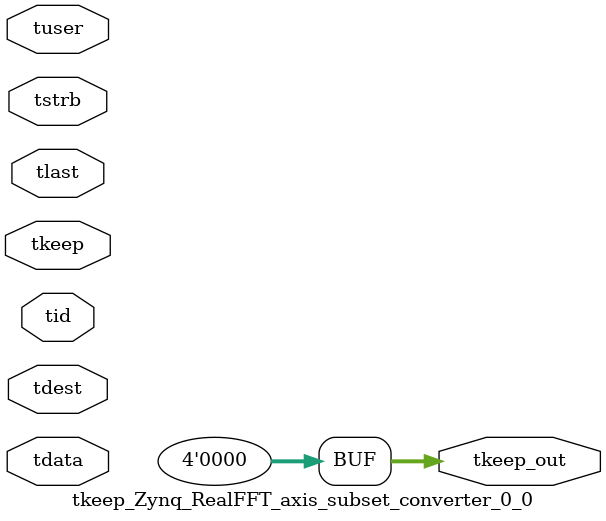
<source format=v>


`timescale 1ps/1ps

module tkeep_Zynq_RealFFT_axis_subset_converter_0_0 #
(
parameter C_S_AXIS_TDATA_WIDTH = 32,
parameter C_S_AXIS_TUSER_WIDTH = 0,
parameter C_S_AXIS_TID_WIDTH   = 0,
parameter C_S_AXIS_TDEST_WIDTH = 0,
parameter C_M_AXIS_TDATA_WIDTH = 32
)
(
input  [(C_S_AXIS_TDATA_WIDTH == 0 ? 1 : C_S_AXIS_TDATA_WIDTH)-1:0     ] tdata,
input  [(C_S_AXIS_TUSER_WIDTH == 0 ? 1 : C_S_AXIS_TUSER_WIDTH)-1:0     ] tuser,
input  [(C_S_AXIS_TID_WIDTH   == 0 ? 1 : C_S_AXIS_TID_WIDTH)-1:0       ] tid,
input  [(C_S_AXIS_TDEST_WIDTH == 0 ? 1 : C_S_AXIS_TDEST_WIDTH)-1:0     ] tdest,
input  [(C_S_AXIS_TDATA_WIDTH/8)-1:0 ] tkeep,
input  [(C_S_AXIS_TDATA_WIDTH/8)-1:0 ] tstrb,
input                                                                    tlast,
output [(C_M_AXIS_TDATA_WIDTH/8)-1:0 ] tkeep_out
);

assign tkeep_out = {1'b0};

endmodule


</source>
